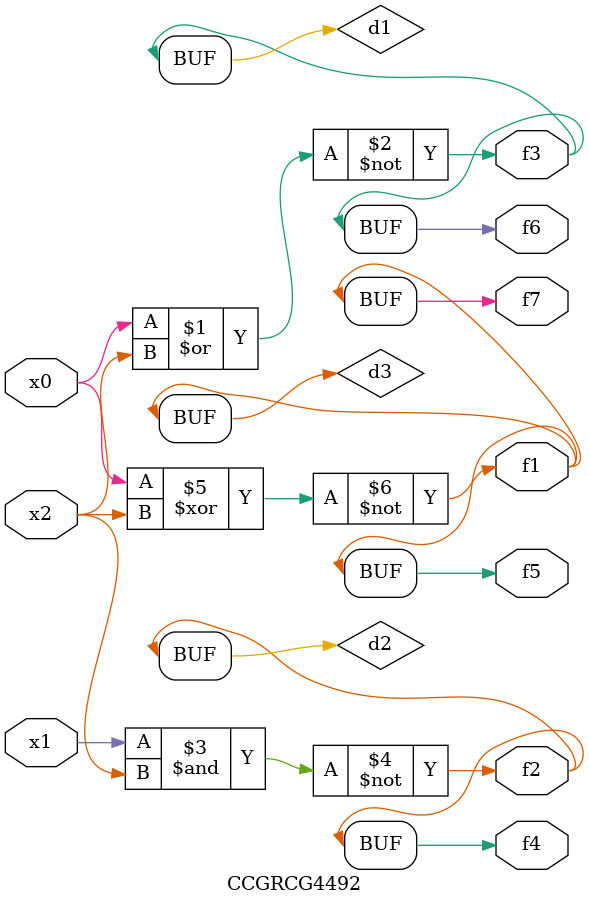
<source format=v>
module CCGRCG4492(
	input x0, x1, x2,
	output f1, f2, f3, f4, f5, f6, f7
);

	wire d1, d2, d3;

	nor (d1, x0, x2);
	nand (d2, x1, x2);
	xnor (d3, x0, x2);
	assign f1 = d3;
	assign f2 = d2;
	assign f3 = d1;
	assign f4 = d2;
	assign f5 = d3;
	assign f6 = d1;
	assign f7 = d3;
endmodule

</source>
